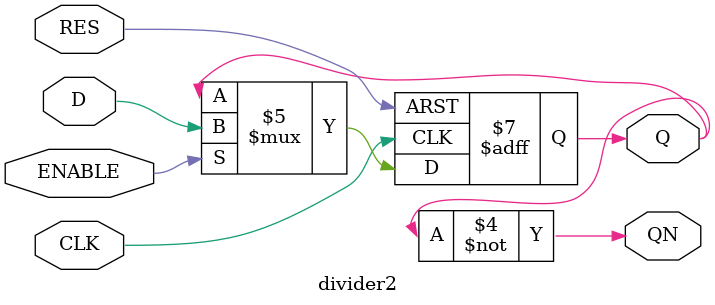
<source format=v>
module divider2(D, CLK, Q, ENABLE, QN, RES);

	input D, CLK, RES, ENABLE;
	output QN, Q;
	reg Q;
	
always @(posedge CLK or posedge RES) begin
	if(RES == 1'b1)begin
		Q <= 0;
	end
	else begin 
	if(ENABLE == 1'b1)begin
			Q <= D;
			
	end
	end
	end

	assign QN= ~Q;
	
endmodule

</source>
